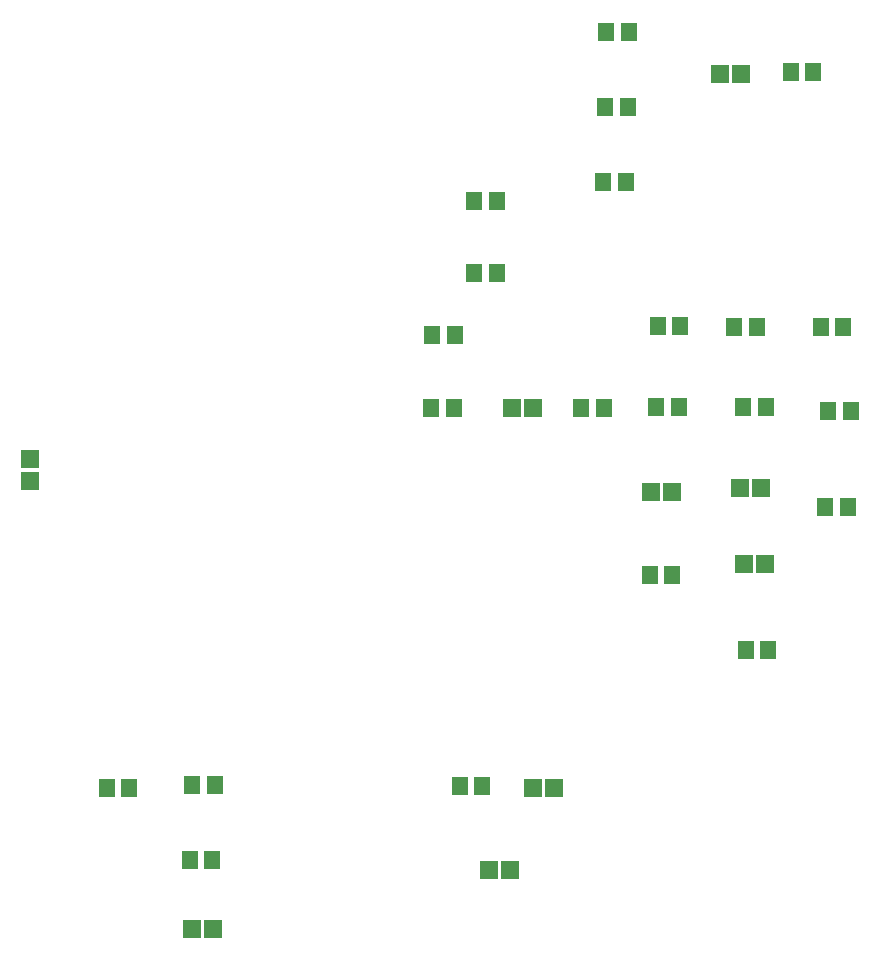
<source format=gbr>
%TF.GenerationSoftware,Altium Limited,Altium Designer,23.0.1 (38)*%
G04 Layer_Color=8421504*
%FSLAX26Y26*%
%MOIN*%
%TF.SameCoordinates,CFC2B011-0ACB-40EE-8827-5318C0CA6053*%
%TF.FilePolarity,Positive*%
%TF.FileFunction,Paste,Top*%
%TF.Part,Single*%
G01*
G75*
%TA.AperFunction,SMDPad,CuDef*%
%ADD10R,0.055118X0.061024*%
%ADD11R,0.059238X0.061268*%
%ADD12R,0.061268X0.059238*%
D10*
X4042598Y5660000D02*
D03*
X4117402D02*
D03*
X4327598Y5390000D02*
D03*
X4402402D02*
D03*
X3787598Y5385000D02*
D03*
X3862402D02*
D03*
X4297598Y5655000D02*
D03*
X4372402D02*
D03*
X4037598Y5390000D02*
D03*
X4112402D02*
D03*
X4015196Y4830000D02*
D03*
X4090000D02*
D03*
X4485196Y6505000D02*
D03*
X4560000D02*
D03*
X4335000Y4580000D02*
D03*
X4409804D02*
D03*
X4610196Y5375000D02*
D03*
X4685000D02*
D03*
X4585000Y5655000D02*
D03*
X4659804D02*
D03*
X4600000Y5055000D02*
D03*
X4674804D02*
D03*
X3860000Y6140000D02*
D03*
X3934804D02*
D03*
X3870000Y6640000D02*
D03*
X3944804D02*
D03*
X3867598Y6390000D02*
D03*
X3942402D02*
D03*
X3382598Y4125000D02*
D03*
X3457402D02*
D03*
X2482598Y3880000D02*
D03*
X2557402D02*
D03*
X2205000Y4120000D02*
D03*
X2279804D02*
D03*
X2490196Y4130000D02*
D03*
X2565000D02*
D03*
X3430196Y5835000D02*
D03*
X3505000D02*
D03*
X3430000Y6075000D02*
D03*
X3504804D02*
D03*
X3290000Y5630000D02*
D03*
X3364804D02*
D03*
X3287598Y5385000D02*
D03*
X3362402D02*
D03*
D11*
X4329536Y4865000D02*
D03*
X4400464D02*
D03*
X4019072Y5105000D02*
D03*
X4090000D02*
D03*
X4314536Y5120000D02*
D03*
X4385464D02*
D03*
X4249536Y6500000D02*
D03*
X4320464D02*
D03*
X3554536Y5385000D02*
D03*
X3625464D02*
D03*
X2489072Y3650000D02*
D03*
X2560000D02*
D03*
X3550928Y3845000D02*
D03*
X3480000D02*
D03*
X3624536Y4120000D02*
D03*
X3695464D02*
D03*
D12*
X1950000Y5215464D02*
D03*
Y5144536D02*
D03*
%TF.MD5,3e2cde13847911c4c03d99ef7dfb3d08*%
M02*

</source>
